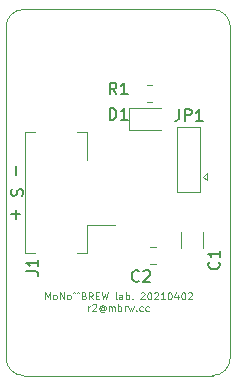
<source format=gbr>
G04 #@! TF.GenerationSoftware,KiCad,Pcbnew,5.1.9*
G04 #@! TF.CreationDate,2021-04-02T13:00:30+02:00*
G04 #@! TF.ProjectId,pressureSensorHolder,70726573-7375-4726-9553-656e736f7248,rev?*
G04 #@! TF.SameCoordinates,Original*
G04 #@! TF.FileFunction,Legend,Top*
G04 #@! TF.FilePolarity,Positive*
%FSLAX46Y46*%
G04 Gerber Fmt 4.6, Leading zero omitted, Abs format (unit mm)*
G04 Created by KiCad (PCBNEW 5.1.9) date 2021-04-02 13:00:30*
%MOMM*%
%LPD*%
G01*
G04 APERTURE LIST*
%ADD10C,0.200000*%
%ADD11C,0.080000*%
G04 #@! TA.AperFunction,Profile*
%ADD12C,0.050000*%
G04 #@! TD*
%ADD13C,0.120000*%
%ADD14C,0.150000*%
G04 APERTURE END LIST*
D10*
X140259771Y-81425304D02*
X140259771Y-82187209D01*
X139926438Y-83377685D02*
X139878819Y-83520542D01*
X139878819Y-83758638D01*
X139926438Y-83853876D01*
X139974057Y-83901495D01*
X140069295Y-83949114D01*
X140164533Y-83949114D01*
X140259771Y-83901495D01*
X140307390Y-83853876D01*
X140355009Y-83758638D01*
X140402628Y-83568161D01*
X140450247Y-83472923D01*
X140497866Y-83425304D01*
X140593104Y-83377685D01*
X140688342Y-83377685D01*
X140783580Y-83425304D01*
X140831200Y-83472923D01*
X140878819Y-83568161D01*
X140878819Y-83806257D01*
X140831200Y-83949114D01*
X140259771Y-85139590D02*
X140259771Y-85901495D01*
X139878819Y-85520542D02*
X140640723Y-85520542D01*
D11*
X142767200Y-92715828D02*
X142767200Y-92115828D01*
X142967200Y-92544400D01*
X143167200Y-92115828D01*
X143167200Y-92715828D01*
X143538628Y-92715828D02*
X143481485Y-92687257D01*
X143452914Y-92658685D01*
X143424342Y-92601542D01*
X143424342Y-92430114D01*
X143452914Y-92372971D01*
X143481485Y-92344400D01*
X143538628Y-92315828D01*
X143624342Y-92315828D01*
X143681485Y-92344400D01*
X143710057Y-92372971D01*
X143738628Y-92430114D01*
X143738628Y-92601542D01*
X143710057Y-92658685D01*
X143681485Y-92687257D01*
X143624342Y-92715828D01*
X143538628Y-92715828D01*
X143995771Y-92715828D02*
X143995771Y-92115828D01*
X144338628Y-92715828D01*
X144338628Y-92115828D01*
X144710057Y-92715828D02*
X144652914Y-92687257D01*
X144624342Y-92658685D01*
X144595771Y-92601542D01*
X144595771Y-92430114D01*
X144624342Y-92372971D01*
X144652914Y-92344400D01*
X144710057Y-92315828D01*
X144795771Y-92315828D01*
X144852914Y-92344400D01*
X144881485Y-92372971D01*
X144910057Y-92430114D01*
X144910057Y-92601542D01*
X144881485Y-92658685D01*
X144852914Y-92687257D01*
X144795771Y-92715828D01*
X144710057Y-92715828D01*
X145081485Y-92172971D02*
X145195771Y-92087257D01*
X145310057Y-92172971D01*
X145424342Y-92172971D02*
X145538628Y-92087257D01*
X145652914Y-92172971D01*
X146052914Y-92401542D02*
X146138628Y-92430114D01*
X146167200Y-92458685D01*
X146195771Y-92515828D01*
X146195771Y-92601542D01*
X146167200Y-92658685D01*
X146138628Y-92687257D01*
X146081485Y-92715828D01*
X145852914Y-92715828D01*
X145852914Y-92115828D01*
X146052914Y-92115828D01*
X146110057Y-92144400D01*
X146138628Y-92172971D01*
X146167200Y-92230114D01*
X146167200Y-92287257D01*
X146138628Y-92344400D01*
X146110057Y-92372971D01*
X146052914Y-92401542D01*
X145852914Y-92401542D01*
X146795771Y-92715828D02*
X146595771Y-92430114D01*
X146452914Y-92715828D02*
X146452914Y-92115828D01*
X146681485Y-92115828D01*
X146738628Y-92144400D01*
X146767200Y-92172971D01*
X146795771Y-92230114D01*
X146795771Y-92315828D01*
X146767200Y-92372971D01*
X146738628Y-92401542D01*
X146681485Y-92430114D01*
X146452914Y-92430114D01*
X147052914Y-92401542D02*
X147252914Y-92401542D01*
X147338628Y-92715828D02*
X147052914Y-92715828D01*
X147052914Y-92115828D01*
X147338628Y-92115828D01*
X147538628Y-92115828D02*
X147681485Y-92715828D01*
X147795771Y-92287257D01*
X147910057Y-92715828D01*
X148052914Y-92115828D01*
X148824342Y-92715828D02*
X148767200Y-92687257D01*
X148738628Y-92630114D01*
X148738628Y-92115828D01*
X149310057Y-92715828D02*
X149310057Y-92401542D01*
X149281485Y-92344400D01*
X149224342Y-92315828D01*
X149110057Y-92315828D01*
X149052914Y-92344400D01*
X149310057Y-92687257D02*
X149252914Y-92715828D01*
X149110057Y-92715828D01*
X149052914Y-92687257D01*
X149024342Y-92630114D01*
X149024342Y-92572971D01*
X149052914Y-92515828D01*
X149110057Y-92487257D01*
X149252914Y-92487257D01*
X149310057Y-92458685D01*
X149595771Y-92715828D02*
X149595771Y-92115828D01*
X149595771Y-92344400D02*
X149652914Y-92315828D01*
X149767200Y-92315828D01*
X149824342Y-92344400D01*
X149852914Y-92372971D01*
X149881485Y-92430114D01*
X149881485Y-92601542D01*
X149852914Y-92658685D01*
X149824342Y-92687257D01*
X149767200Y-92715828D01*
X149652914Y-92715828D01*
X149595771Y-92687257D01*
X150138628Y-92658685D02*
X150167200Y-92687257D01*
X150138628Y-92715828D01*
X150110057Y-92687257D01*
X150138628Y-92658685D01*
X150138628Y-92715828D01*
X150852914Y-92172971D02*
X150881485Y-92144400D01*
X150938628Y-92115828D01*
X151081485Y-92115828D01*
X151138628Y-92144400D01*
X151167200Y-92172971D01*
X151195771Y-92230114D01*
X151195771Y-92287257D01*
X151167200Y-92372971D01*
X150824342Y-92715828D01*
X151195771Y-92715828D01*
X151567200Y-92115828D02*
X151624342Y-92115828D01*
X151681485Y-92144400D01*
X151710057Y-92172971D01*
X151738628Y-92230114D01*
X151767200Y-92344400D01*
X151767200Y-92487257D01*
X151738628Y-92601542D01*
X151710057Y-92658685D01*
X151681485Y-92687257D01*
X151624342Y-92715828D01*
X151567200Y-92715828D01*
X151510057Y-92687257D01*
X151481485Y-92658685D01*
X151452914Y-92601542D01*
X151424342Y-92487257D01*
X151424342Y-92344400D01*
X151452914Y-92230114D01*
X151481485Y-92172971D01*
X151510057Y-92144400D01*
X151567200Y-92115828D01*
X151995771Y-92172971D02*
X152024342Y-92144400D01*
X152081485Y-92115828D01*
X152224342Y-92115828D01*
X152281485Y-92144400D01*
X152310057Y-92172971D01*
X152338628Y-92230114D01*
X152338628Y-92287257D01*
X152310057Y-92372971D01*
X151967200Y-92715828D01*
X152338628Y-92715828D01*
X152910057Y-92715828D02*
X152567200Y-92715828D01*
X152738628Y-92715828D02*
X152738628Y-92115828D01*
X152681485Y-92201542D01*
X152624342Y-92258685D01*
X152567200Y-92287257D01*
X153281485Y-92115828D02*
X153338628Y-92115828D01*
X153395771Y-92144400D01*
X153424342Y-92172971D01*
X153452914Y-92230114D01*
X153481485Y-92344400D01*
X153481485Y-92487257D01*
X153452914Y-92601542D01*
X153424342Y-92658685D01*
X153395771Y-92687257D01*
X153338628Y-92715828D01*
X153281485Y-92715828D01*
X153224342Y-92687257D01*
X153195771Y-92658685D01*
X153167200Y-92601542D01*
X153138628Y-92487257D01*
X153138628Y-92344400D01*
X153167200Y-92230114D01*
X153195771Y-92172971D01*
X153224342Y-92144400D01*
X153281485Y-92115828D01*
X153995771Y-92315828D02*
X153995771Y-92715828D01*
X153852914Y-92087257D02*
X153710057Y-92515828D01*
X154081485Y-92515828D01*
X154424342Y-92115828D02*
X154481485Y-92115828D01*
X154538628Y-92144400D01*
X154567200Y-92172971D01*
X154595771Y-92230114D01*
X154624342Y-92344400D01*
X154624342Y-92487257D01*
X154595771Y-92601542D01*
X154567200Y-92658685D01*
X154538628Y-92687257D01*
X154481485Y-92715828D01*
X154424342Y-92715828D01*
X154367200Y-92687257D01*
X154338628Y-92658685D01*
X154310057Y-92601542D01*
X154281485Y-92487257D01*
X154281485Y-92344400D01*
X154310057Y-92230114D01*
X154338628Y-92172971D01*
X154367200Y-92144400D01*
X154424342Y-92115828D01*
X154852914Y-92172971D02*
X154881485Y-92144400D01*
X154938628Y-92115828D01*
X155081485Y-92115828D01*
X155138628Y-92144400D01*
X155167200Y-92172971D01*
X155195771Y-92230114D01*
X155195771Y-92287257D01*
X155167200Y-92372971D01*
X154824342Y-92715828D01*
X155195771Y-92715828D01*
X146424342Y-93695828D02*
X146424342Y-93295828D01*
X146424342Y-93410114D02*
X146452914Y-93352971D01*
X146481485Y-93324400D01*
X146538628Y-93295828D01*
X146595771Y-93295828D01*
X146767200Y-93152971D02*
X146795771Y-93124400D01*
X146852914Y-93095828D01*
X146995771Y-93095828D01*
X147052914Y-93124400D01*
X147081485Y-93152971D01*
X147110057Y-93210114D01*
X147110057Y-93267257D01*
X147081485Y-93352971D01*
X146738628Y-93695828D01*
X147110057Y-93695828D01*
X147738628Y-93410114D02*
X147710057Y-93381542D01*
X147652914Y-93352971D01*
X147595771Y-93352971D01*
X147538628Y-93381542D01*
X147510057Y-93410114D01*
X147481485Y-93467257D01*
X147481485Y-93524400D01*
X147510057Y-93581542D01*
X147538628Y-93610114D01*
X147595771Y-93638685D01*
X147652914Y-93638685D01*
X147710057Y-93610114D01*
X147738628Y-93581542D01*
X147738628Y-93352971D02*
X147738628Y-93581542D01*
X147767200Y-93610114D01*
X147795771Y-93610114D01*
X147852914Y-93581542D01*
X147881485Y-93524400D01*
X147881485Y-93381542D01*
X147824342Y-93295828D01*
X147738628Y-93238685D01*
X147624342Y-93210114D01*
X147510057Y-93238685D01*
X147424342Y-93295828D01*
X147367200Y-93381542D01*
X147338628Y-93495828D01*
X147367200Y-93610114D01*
X147424342Y-93695828D01*
X147510057Y-93752971D01*
X147624342Y-93781542D01*
X147738628Y-93752971D01*
X147824342Y-93695828D01*
X148138628Y-93695828D02*
X148138628Y-93295828D01*
X148138628Y-93352971D02*
X148167200Y-93324400D01*
X148224342Y-93295828D01*
X148310057Y-93295828D01*
X148367200Y-93324400D01*
X148395771Y-93381542D01*
X148395771Y-93695828D01*
X148395771Y-93381542D02*
X148424342Y-93324400D01*
X148481485Y-93295828D01*
X148567200Y-93295828D01*
X148624342Y-93324400D01*
X148652914Y-93381542D01*
X148652914Y-93695828D01*
X148938628Y-93695828D02*
X148938628Y-93095828D01*
X148938628Y-93324400D02*
X148995771Y-93295828D01*
X149110057Y-93295828D01*
X149167200Y-93324400D01*
X149195771Y-93352971D01*
X149224342Y-93410114D01*
X149224342Y-93581542D01*
X149195771Y-93638685D01*
X149167200Y-93667257D01*
X149110057Y-93695828D01*
X148995771Y-93695828D01*
X148938628Y-93667257D01*
X149481485Y-93695828D02*
X149481485Y-93295828D01*
X149481485Y-93410114D02*
X149510057Y-93352971D01*
X149538628Y-93324400D01*
X149595771Y-93295828D01*
X149652914Y-93295828D01*
X149795771Y-93295828D02*
X149910057Y-93695828D01*
X150024342Y-93410114D01*
X150138628Y-93695828D01*
X150252914Y-93295828D01*
X150481485Y-93638685D02*
X150510057Y-93667257D01*
X150481485Y-93695828D01*
X150452914Y-93667257D01*
X150481485Y-93638685D01*
X150481485Y-93695828D01*
X151024342Y-93667257D02*
X150967200Y-93695828D01*
X150852914Y-93695828D01*
X150795771Y-93667257D01*
X150767200Y-93638685D01*
X150738628Y-93581542D01*
X150738628Y-93410114D01*
X150767200Y-93352971D01*
X150795771Y-93324400D01*
X150852914Y-93295828D01*
X150967200Y-93295828D01*
X151024342Y-93324400D01*
X151538628Y-93667257D02*
X151481485Y-93695828D01*
X151367200Y-93695828D01*
X151310057Y-93667257D01*
X151281485Y-93638685D01*
X151252914Y-93581542D01*
X151252914Y-93410114D01*
X151281485Y-93352971D01*
X151310057Y-93324400D01*
X151367200Y-93295828D01*
X151481485Y-93295828D01*
X151538628Y-93324400D01*
D12*
X140942200Y-99157400D02*
G75*
G02*
X139442200Y-97657400I0J1500000D01*
G01*
X139442200Y-69657400D02*
G75*
G02*
X140942200Y-68157400I1500000J0D01*
G01*
X158442200Y-97657400D02*
G75*
G02*
X156942200Y-99157400I-1500000J0D01*
G01*
X156942200Y-68157400D02*
G75*
G02*
X158442200Y-69657400I0J-1500000D01*
G01*
X158442200Y-97657400D02*
X158442200Y-69657400D01*
X140942200Y-99157400D02*
X156942200Y-99157400D01*
X139442200Y-69657400D02*
X139442200Y-97657400D01*
X156942200Y-68157400D02*
X140942200Y-68157400D01*
D13*
X151626948Y-88262400D02*
X152149452Y-88262400D01*
X151626948Y-89732400D02*
X152149452Y-89732400D01*
X156100200Y-86967148D02*
X156100200Y-88389652D01*
X154280200Y-86967148D02*
X154280200Y-88389652D01*
X145452200Y-88742400D02*
X146302200Y-88742400D01*
X146302200Y-88742400D02*
X146302200Y-86417400D01*
X146302200Y-86417400D02*
X148692200Y-86417400D01*
X145452200Y-78572400D02*
X146302200Y-78572400D01*
X146302200Y-78572400D02*
X146302200Y-80897400D01*
X141932200Y-88742400D02*
X141082200Y-88742400D01*
X141082200Y-88742400D02*
X141082200Y-78572400D01*
X141082200Y-78572400D02*
X141932200Y-78572400D01*
X151358636Y-76016400D02*
X151812764Y-76016400D01*
X151358636Y-74546400D02*
X151812764Y-74546400D01*
X149900700Y-78400400D02*
X152585700Y-78400400D01*
X149900700Y-76480400D02*
X149900700Y-78400400D01*
X152585700Y-76480400D02*
X149900700Y-76480400D01*
X153942200Y-83657400D02*
X153942200Y-78157400D01*
X153942200Y-78157400D02*
X155892200Y-78157400D01*
X155892200Y-78157400D02*
X155892200Y-83657400D01*
X155892200Y-83657400D02*
X153942200Y-83657400D01*
X156142200Y-82307400D02*
X156442200Y-82607400D01*
X156442200Y-82607400D02*
X156442200Y-82007400D01*
X156442200Y-82007400D02*
X156142200Y-82307400D01*
D14*
X150705533Y-91132542D02*
X150657914Y-91180161D01*
X150515057Y-91227780D01*
X150419819Y-91227780D01*
X150276961Y-91180161D01*
X150181723Y-91084923D01*
X150134104Y-90989685D01*
X150086485Y-90799209D01*
X150086485Y-90656352D01*
X150134104Y-90465876D01*
X150181723Y-90370638D01*
X150276961Y-90275400D01*
X150419819Y-90227780D01*
X150515057Y-90227780D01*
X150657914Y-90275400D01*
X150705533Y-90323019D01*
X151086485Y-90323019D02*
X151134104Y-90275400D01*
X151229342Y-90227780D01*
X151467438Y-90227780D01*
X151562676Y-90275400D01*
X151610295Y-90323019D01*
X151657914Y-90418257D01*
X151657914Y-90513495D01*
X151610295Y-90656352D01*
X151038866Y-91227780D01*
X151657914Y-91227780D01*
X157452342Y-89545066D02*
X157499961Y-89592685D01*
X157547580Y-89735542D01*
X157547580Y-89830780D01*
X157499961Y-89973638D01*
X157404723Y-90068876D01*
X157309485Y-90116495D01*
X157119009Y-90164114D01*
X156976152Y-90164114D01*
X156785676Y-90116495D01*
X156690438Y-90068876D01*
X156595200Y-89973638D01*
X156547580Y-89830780D01*
X156547580Y-89735542D01*
X156595200Y-89592685D01*
X156642819Y-89545066D01*
X157547580Y-88592685D02*
X157547580Y-89164114D01*
X157547580Y-88878400D02*
X156547580Y-88878400D01*
X156690438Y-88973638D01*
X156785676Y-89068876D01*
X156833295Y-89164114D01*
X141180580Y-90346733D02*
X141894866Y-90346733D01*
X142037723Y-90394352D01*
X142132961Y-90489590D01*
X142180580Y-90632447D01*
X142180580Y-90727685D01*
X142180580Y-89346733D02*
X142180580Y-89918161D01*
X142180580Y-89632447D02*
X141180580Y-89632447D01*
X141323438Y-89727685D01*
X141418676Y-89822923D01*
X141466295Y-89918161D01*
X148800533Y-75352780D02*
X148467200Y-74876590D01*
X148229104Y-75352780D02*
X148229104Y-74352780D01*
X148610057Y-74352780D01*
X148705295Y-74400400D01*
X148752914Y-74448019D01*
X148800533Y-74543257D01*
X148800533Y-74686114D01*
X148752914Y-74781352D01*
X148705295Y-74828971D01*
X148610057Y-74876590D01*
X148229104Y-74876590D01*
X149752914Y-75352780D02*
X149181485Y-75352780D01*
X149467200Y-75352780D02*
X149467200Y-74352780D01*
X149371961Y-74495638D01*
X149276723Y-74590876D01*
X149181485Y-74638495D01*
X148229104Y-77511780D02*
X148229104Y-76511780D01*
X148467200Y-76511780D01*
X148610057Y-76559400D01*
X148705295Y-76654638D01*
X148752914Y-76749876D01*
X148800533Y-76940352D01*
X148800533Y-77083209D01*
X148752914Y-77273685D01*
X148705295Y-77368923D01*
X148610057Y-77464161D01*
X148467200Y-77511780D01*
X148229104Y-77511780D01*
X149752914Y-77511780D02*
X149181485Y-77511780D01*
X149467200Y-77511780D02*
X149467200Y-76511780D01*
X149371961Y-76654638D01*
X149276723Y-76749876D01*
X149181485Y-76797495D01*
X154108866Y-76609780D02*
X154108866Y-77324066D01*
X154061247Y-77466923D01*
X153966009Y-77562161D01*
X153823152Y-77609780D01*
X153727914Y-77609780D01*
X154585057Y-77609780D02*
X154585057Y-76609780D01*
X154966009Y-76609780D01*
X155061247Y-76657400D01*
X155108866Y-76705019D01*
X155156485Y-76800257D01*
X155156485Y-76943114D01*
X155108866Y-77038352D01*
X155061247Y-77085971D01*
X154966009Y-77133590D01*
X154585057Y-77133590D01*
X156108866Y-77609780D02*
X155537438Y-77609780D01*
X155823152Y-77609780D02*
X155823152Y-76609780D01*
X155727914Y-76752638D01*
X155632676Y-76847876D01*
X155537438Y-76895495D01*
M02*

</source>
